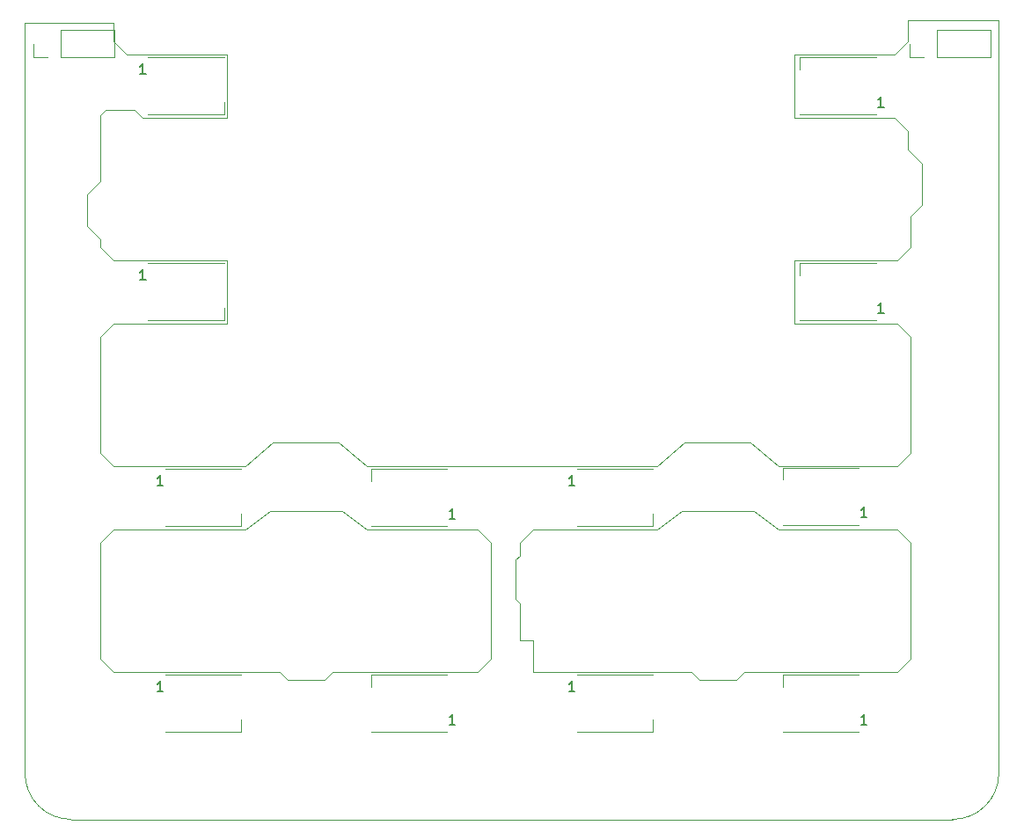
<source format=gbr>
G04 #@! TF.GenerationSoftware,KiCad,Pcbnew,(5.1.6)-1*
G04 #@! TF.CreationDate,2020-07-03T23:32:41-07:00*
G04 #@! TF.ProjectId,daughter,64617567-6874-4657-922e-6b696361645f,rev?*
G04 #@! TF.SameCoordinates,Original*
G04 #@! TF.FileFunction,Legend,Top*
G04 #@! TF.FilePolarity,Positive*
%FSLAX46Y46*%
G04 Gerber Fmt 4.6, Leading zero omitted, Abs format (unit mm)*
G04 Created by KiCad (PCBNEW (5.1.6)-1) date 2020-07-03 23:32:41*
%MOMM*%
%LPD*%
G01*
G04 APERTURE LIST*
G04 #@! TA.AperFunction,Profile*
%ADD10C,0.050000*%
G04 #@! TD*
G04 #@! TA.AperFunction,Profile*
%ADD11C,0.120000*%
G04 #@! TD*
%ADD12C,0.120000*%
%ADD13C,0.150000*%
G04 APERTURE END LIST*
D10*
X167005000Y-81851500D02*
X173355000Y-81851500D01*
X176022000Y-84074000D02*
X173355000Y-81851500D01*
X164338000Y-84074000D02*
X167005000Y-81851500D01*
X173672500Y-88455500D02*
X166687500Y-88455500D01*
X176022000Y-90170000D02*
X173672500Y-88455500D01*
X164338000Y-90170000D02*
X166687500Y-88455500D01*
X127381000Y-81851500D02*
X133731000Y-81851500D01*
X134048500Y-88455500D02*
X127063500Y-88455500D01*
X136398000Y-90170000D02*
X134048500Y-88455500D01*
X136398000Y-84074000D02*
X133731000Y-81851500D01*
X124714000Y-84074000D02*
X127381000Y-81851500D01*
X124714000Y-90170000D02*
X127063500Y-88455500D01*
X107950000Y-118110000D02*
X192786000Y-118110000D01*
X197231000Y-41148000D02*
X196596000Y-41148000D01*
X197231000Y-113665000D02*
X197231000Y-41148000D01*
X103505000Y-41402000D02*
X104140000Y-41402000D01*
X103505000Y-113665000D02*
X103505000Y-41402000D01*
D11*
X107950000Y-118110000D02*
G75*
G02*
X103505000Y-113665000I0J4445000D01*
G01*
X197231000Y-113665000D02*
G75*
G02*
X192786000Y-118110000I-4445000J0D01*
G01*
D10*
X188468000Y-41148000D02*
X196596000Y-41148000D01*
X188468000Y-43180000D02*
X188468000Y-41148000D01*
X187198000Y-44450000D02*
X188468000Y-43180000D01*
X177546000Y-44450000D02*
X187198000Y-44450000D01*
X177546000Y-50546000D02*
X177546000Y-44450000D01*
X187198000Y-50546000D02*
X177546000Y-50546000D01*
X188468000Y-51816000D02*
X187198000Y-50546000D01*
X188468000Y-53594000D02*
X188468000Y-51816000D01*
X189865000Y-54991000D02*
X188468000Y-53594000D01*
X189865000Y-58928000D02*
X189865000Y-54991000D01*
X188722000Y-60071000D02*
X189865000Y-58928000D01*
X188722000Y-62992000D02*
X188722000Y-60071000D01*
X187452000Y-64262000D02*
X188722000Y-62992000D01*
X177546000Y-64262000D02*
X187452000Y-64262000D01*
X177546000Y-70358000D02*
X177546000Y-64262000D01*
X187452000Y-70358000D02*
X177546000Y-70358000D01*
X188722000Y-71628000D02*
X187452000Y-70358000D01*
X188722000Y-82804000D02*
X188722000Y-71628000D01*
X187452000Y-84074000D02*
X188722000Y-82804000D01*
X176022000Y-84074000D02*
X187452000Y-84074000D01*
X187452000Y-90170000D02*
X176022000Y-90170000D01*
X188722000Y-91440000D02*
X187452000Y-90170000D01*
X188722000Y-102616000D02*
X188722000Y-91440000D01*
X187452000Y-103886000D02*
X188722000Y-102616000D01*
X172720000Y-103886000D02*
X187452000Y-103886000D01*
X171958000Y-104648000D02*
X172720000Y-103886000D01*
X168402000Y-104648000D02*
X171958000Y-104648000D01*
X167640000Y-103886000D02*
X168402000Y-104648000D01*
X152400000Y-103886000D02*
X167640000Y-103886000D01*
X152400000Y-100838000D02*
X152400000Y-103886000D01*
X151130000Y-100838000D02*
X152400000Y-100838000D01*
X151130000Y-97282000D02*
X151130000Y-100838000D01*
X150749000Y-96901000D02*
X151130000Y-97282000D01*
X150749000Y-93091000D02*
X150749000Y-96901000D01*
X151130000Y-92710000D02*
X150749000Y-93091000D01*
X151130000Y-91440000D02*
X151130000Y-92710000D01*
X152400000Y-90170000D02*
X151130000Y-91440000D01*
X164338000Y-90170000D02*
X152400000Y-90170000D01*
X136398000Y-84074000D02*
X164338000Y-84074000D01*
X147066000Y-90170000D02*
X136398000Y-90170000D01*
X148336000Y-91440000D02*
X147066000Y-90170000D01*
X148336000Y-102616000D02*
X148336000Y-91440000D01*
X147066000Y-103886000D02*
X148336000Y-102616000D01*
X133096000Y-103886000D02*
X147066000Y-103886000D01*
X132334000Y-104648000D02*
X133096000Y-103886000D01*
X128778000Y-104648000D02*
X132334000Y-104648000D01*
X128016000Y-103886000D02*
X128778000Y-104648000D01*
X112014000Y-103886000D02*
X128016000Y-103886000D01*
X110744000Y-102616000D02*
X112014000Y-103886000D01*
X110744000Y-91440000D02*
X110744000Y-102616000D01*
X112014000Y-90170000D02*
X110744000Y-91440000D01*
X124714000Y-90170000D02*
X112014000Y-90170000D01*
X112014000Y-84074000D02*
X124714000Y-84074000D01*
X110744000Y-82804000D02*
X112014000Y-84074000D01*
X110744000Y-71628000D02*
X110744000Y-82804000D01*
X112014000Y-70358000D02*
X110744000Y-71628000D01*
X122936000Y-70358000D02*
X112014000Y-70358000D01*
X122936000Y-64262000D02*
X122936000Y-70358000D01*
X112014000Y-64262000D02*
X122936000Y-64262000D01*
X110744000Y-62992000D02*
X112014000Y-64262000D01*
X110744000Y-62230000D02*
X110744000Y-62992000D01*
X109474000Y-60960000D02*
X110744000Y-62230000D01*
X109474000Y-57912000D02*
X109474000Y-60960000D01*
X110744000Y-56642000D02*
X109474000Y-57912000D01*
X110744000Y-50292000D02*
X110744000Y-56642000D01*
X111252000Y-49784000D02*
X110744000Y-50292000D01*
X114046000Y-49784000D02*
X111252000Y-49784000D01*
X114808000Y-50546000D02*
X114046000Y-49784000D01*
X122936000Y-50546000D02*
X114808000Y-50546000D01*
X122936000Y-44450000D02*
X122936000Y-50546000D01*
X113284000Y-44450000D02*
X122936000Y-44450000D01*
X112014000Y-43180000D02*
X113284000Y-44450000D01*
X112014000Y-41402000D02*
X112014000Y-43180000D01*
X104140000Y-41402000D02*
X112014000Y-41402000D01*
D12*
X104334000Y-44764000D02*
X104334000Y-43434000D01*
X105664000Y-44764000D02*
X104334000Y-44764000D01*
X106934000Y-44764000D02*
X106934000Y-42104000D01*
X106934000Y-42104000D02*
X112074000Y-42104000D01*
X106934000Y-44764000D02*
X112074000Y-44764000D01*
X112074000Y-44764000D02*
X112074000Y-42104000D01*
X136812000Y-84372000D02*
X136812000Y-85522000D01*
X144112000Y-84372000D02*
X136812000Y-84372000D01*
X144112000Y-89872000D02*
X136812000Y-89872000D01*
X124300000Y-109684000D02*
X124300000Y-108534000D01*
X117000000Y-109684000D02*
X124300000Y-109684000D01*
X117000000Y-104184000D02*
X124300000Y-104184000D01*
X117000000Y-84372000D02*
X124300000Y-84372000D01*
X117000000Y-89872000D02*
X124300000Y-89872000D01*
X124300000Y-89872000D02*
X124300000Y-88722000D01*
X122649000Y-70060000D02*
X122649000Y-68910000D01*
X115349000Y-70060000D02*
X122649000Y-70060000D01*
X115349000Y-64560000D02*
X122649000Y-64560000D01*
X122649000Y-50248000D02*
X122649000Y-49098000D01*
X115349000Y-50248000D02*
X122649000Y-50248000D01*
X115349000Y-44748000D02*
X122649000Y-44748000D01*
X156624000Y-104184000D02*
X163924000Y-104184000D01*
X156624000Y-109684000D02*
X163924000Y-109684000D01*
X163924000Y-109684000D02*
X163924000Y-108534000D01*
X156624000Y-84372000D02*
X163924000Y-84372000D01*
X156624000Y-89872000D02*
X163924000Y-89872000D01*
X163924000Y-89872000D02*
X163924000Y-88722000D01*
X136812000Y-104184000D02*
X136812000Y-105334000D01*
X144112000Y-104184000D02*
X136812000Y-104184000D01*
X144112000Y-109684000D02*
X136812000Y-109684000D01*
X185387000Y-50248000D02*
X178087000Y-50248000D01*
X185387000Y-44748000D02*
X178087000Y-44748000D01*
X178087000Y-44748000D02*
X178087000Y-45898000D01*
X185387000Y-70060000D02*
X178087000Y-70060000D01*
X185387000Y-64560000D02*
X178087000Y-64560000D01*
X178087000Y-64560000D02*
X178087000Y-65710000D01*
X176436000Y-84245000D02*
X176436000Y-85395000D01*
X183736000Y-84245000D02*
X176436000Y-84245000D01*
X183736000Y-89745000D02*
X176436000Y-89745000D01*
X183736000Y-109684000D02*
X176436000Y-109684000D01*
X183736000Y-104184000D02*
X176436000Y-104184000D01*
X176436000Y-104184000D02*
X176436000Y-105334000D01*
X188662000Y-44764000D02*
X188662000Y-43434000D01*
X189992000Y-44764000D02*
X188662000Y-44764000D01*
X191262000Y-44764000D02*
X191262000Y-42104000D01*
X191262000Y-42104000D02*
X196402000Y-42104000D01*
X191262000Y-44764000D02*
X196402000Y-44764000D01*
X196402000Y-44764000D02*
X196402000Y-42104000D01*
D13*
X144897714Y-89174380D02*
X144326285Y-89174380D01*
X144612000Y-89174380D02*
X144612000Y-88174380D01*
X144516761Y-88317238D01*
X144421523Y-88412476D01*
X144326285Y-88460095D01*
X116785714Y-105786380D02*
X116214285Y-105786380D01*
X116500000Y-105786380D02*
X116500000Y-104786380D01*
X116404761Y-104929238D01*
X116309523Y-105024476D01*
X116214285Y-105072095D01*
X116785714Y-85974380D02*
X116214285Y-85974380D01*
X116500000Y-85974380D02*
X116500000Y-84974380D01*
X116404761Y-85117238D01*
X116309523Y-85212476D01*
X116214285Y-85260095D01*
X115134714Y-66162380D02*
X114563285Y-66162380D01*
X114849000Y-66162380D02*
X114849000Y-65162380D01*
X114753761Y-65305238D01*
X114658523Y-65400476D01*
X114563285Y-65448095D01*
X115134714Y-46350380D02*
X114563285Y-46350380D01*
X114849000Y-46350380D02*
X114849000Y-45350380D01*
X114753761Y-45493238D01*
X114658523Y-45588476D01*
X114563285Y-45636095D01*
X156409714Y-105786380D02*
X155838285Y-105786380D01*
X156124000Y-105786380D02*
X156124000Y-104786380D01*
X156028761Y-104929238D01*
X155933523Y-105024476D01*
X155838285Y-105072095D01*
X156409714Y-85974380D02*
X155838285Y-85974380D01*
X156124000Y-85974380D02*
X156124000Y-84974380D01*
X156028761Y-85117238D01*
X155933523Y-85212476D01*
X155838285Y-85260095D01*
X144897714Y-108986380D02*
X144326285Y-108986380D01*
X144612000Y-108986380D02*
X144612000Y-107986380D01*
X144516761Y-108129238D01*
X144421523Y-108224476D01*
X144326285Y-108272095D01*
X186172714Y-49550380D02*
X185601285Y-49550380D01*
X185887000Y-49550380D02*
X185887000Y-48550380D01*
X185791761Y-48693238D01*
X185696523Y-48788476D01*
X185601285Y-48836095D01*
X186172714Y-69362380D02*
X185601285Y-69362380D01*
X185887000Y-69362380D02*
X185887000Y-68362380D01*
X185791761Y-68505238D01*
X185696523Y-68600476D01*
X185601285Y-68648095D01*
X184521714Y-89047380D02*
X183950285Y-89047380D01*
X184236000Y-89047380D02*
X184236000Y-88047380D01*
X184140761Y-88190238D01*
X184045523Y-88285476D01*
X183950285Y-88333095D01*
X184521714Y-108986380D02*
X183950285Y-108986380D01*
X184236000Y-108986380D02*
X184236000Y-107986380D01*
X184140761Y-108129238D01*
X184045523Y-108224476D01*
X183950285Y-108272095D01*
M02*

</source>
